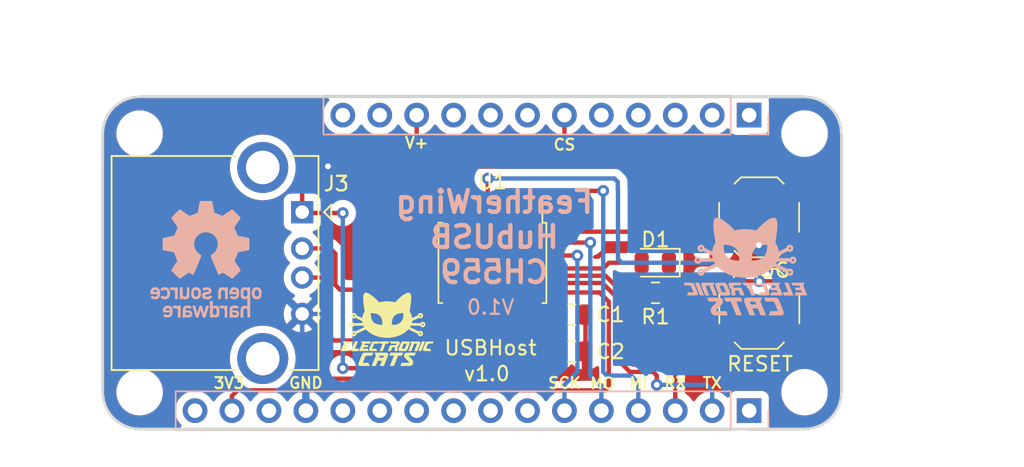
<source format=kicad_pcb>
(kicad_pcb (version 20221018) (generator pcbnew)
  (layers (0 "F.Cu" signal) (31 "B.Cu" signal) (34 "B.Paste" user) (35 "F.Paste" user) (36 "B.SilkS" user "B.Silkscreen") (37 "F.SilkS" user "F.Silkscreen") (38 "B.Mask" user) (39 "F.Mask" user) (44 "Edge.Cuts" user))
  (net 0 "")
  (net 1 "/TX")
  (net 2 "/RX")
  (net 3 "GND")
  (net 4 "+3V3")
  (net 5 "VBUS")
  (net 6 "Net-(J3-Pad5)")
  (net 7 "/RST")
  (net 8 "/PROG")
  (net 9 "Net-(U1-Pad13)")
  (net 10 "Net-(U1-Pad12)")
  (net 11 "Net-(U1-Pad11)")
  (net 12 "Net-(U1-Pad10)")
  (net 13 "Net-(U1-Pad8)")
  (net 14 "Net-(U1-Pad1)")
  (net 15 "Net-(J1-Pad1)")
  (net 16 "Net-(J1-Pad7)")
  (net 17 "Net-(J1-Pad8)")
  (net 18 "Net-(J1-Pad9)")
  (net 19 "Net-(J1-Pad10)")
  (net 20 "Net-(J1-Pad11)")
  (net 21 "Net-(J1-Pad12)")
  (net 22 "Net-(J1-Pad14)")
  (net 23 "Net-(J2-Pad1)")
  (net 24 "Net-(J2-Pad2)")
  (net 25 "Net-(J2-Pad3)")
  (net 26 "Net-(J2-Pad4)")
  (net 27 "Net-(J2-Pad5)")
  (net 28 "Net-(J2-Pad7)")
  (net 29 "Net-(J2-Pad8)")
  (net 30 "Net-(J2-Pad9)")
  (net 31 "Net-(J2-Pad11)")
  (net 32 "Net-(J2-Pad12)")
  (net 33 "/D-")
  (net 34 "/D+")
  (net 35 "Net-(J1-Pad16)")
  (net 36 "/LED")
  (net 37 "Net-(D1-Pad1)")
  (net 38 "/MISO")
  (net 39 "/MOSI")
  (net 40 "/SCK")
  (net 41 "/CS")
  (footprint "MountingHole:MountingHole_2.7mm_M2.5" (layer "F.Cu") (at 27.94 27.94)
    (fp_text reference "REF**" hide)
    (fp_text value "MountingHole_2.7mm_M2.5" hide)
    (pad "" np_thru_hole circle locked (at 0 0) (size 2.7 2.7) (drill 2.7) (layers "*.Cu" "*.Mask"))
  )
  (footprint "MountingHole:MountingHole_2.7mm_M2.5" (layer "F.Cu") (at 27.94 45.72)
    (fp_text reference "REF**" hide)
    (fp_text value "MountingHole_2.7mm_M2.5" hide)
    (pad "" np_thru_hole circle locked (at 0 0) (size 2.7 2.7) (drill 2.7) (layers "*.Cu" "*.Mask"))
  )
  (footprint "MountingHole:MountingHole_2.7mm_M2.5" (layer "F.Cu") (at 73.66 45.72)
    (fp_text reference "REF**" hide)
    (fp_text value "MountingHole_2.7mm_M2.5" hide)
    (pad "" np_thru_hole circle locked (at 0 0) (size 2.7 2.7) (drill 2.7) (layers "*.Cu" "*.Mask"))
  )
  (footprint "MountingHole:MountingHole_2.7mm_M2.5" (layer "F.Cu") (at 73.66 27.94)
    (fp_text reference "REF**" hide)
    (fp_text value "MountingHole_2.7mm_M2.5" hide)
    (pad "" np_thru_hole circle locked (at 0 0) (size 2.7 2.7) (drill 2.7) (layers "*.Cu" "*.Mask"))
  )
  (footprint "Connector_USB:USB_A_CONNFLY_DS1095-WNR0" (layer "F.Cu") (at 39.116 33.3375 -90)
    (fp_text reference "J3" (at -1.95 -2.35 180) (layer "F.SilkS"))
    (fp_text value "USB_A")
    (pad "1" thru_hole rect (at 0 0 270) (size 1.524 1.524) (drill 0.92) (layers "*.Cu" "*.Mask") (net 5 "VBUS"))
    (pad "2" thru_hole circle (at 2.5 0 270) (size 1.524 1.524) (drill 0.92) (layers "*.Cu" "*.Mask") (net 33 "/D-"))
    (pad "3" thru_hole circle (at 4.5 0 270) (size 1.524 1.524) (drill 0.92) (layers "*.Cu" "*.Mask") (net 34 "/D+"))
    (pad "4" thru_hole circle (at 7 0 270) (size 1.524 1.524) (drill 0.92) (layers "*.Cu" "*.Mask") (net 3 "GND"))
    (pad "5" thru_hole circle (at -3.07 2.71 270) (size 3.5 3.5) (drill 2.3) (layers "*.Cu" "*.Mask") (net 6 "Net-(J3-Pad5)"))
    (pad "5" thru_hole circle (at 10.07 2.71 270) (size 3.5 3.5) (drill 2.3) (layers "*.Cu" "*.Mask") (net 6 "Net-(J3-Pad5)"))
  )
  (footprint "Capacitor_SMD:C_0805_2012Metric" (layer "F.Cu") (at 57.658 42.926)
    (fp_text reference "C2" (at 2.667 0 180) (layer "F.SilkS"))
    (fp_text value "3.3uF")
    (pad "1" smd roundrect (at -0.9375 0) (size 0.975 1.4) (layers "F.Cu" "F.Paste" "F.Mask") (net 5 "VBUS"))
    (pad "2" smd roundrect (at 0.9375 0) (size 0.975 1.4) (layers "F.Cu" "F.Paste" "F.Mask") (net 3 "GND"))
  )
  (footprint "Capacitor_SMD:C_0805_2012Metric" (layer "F.Cu") (at 57.658 40.386)
    (fp_text reference "C1" (at 2.667 0 180) (layer "F.SilkS"))
    (fp_text value "0.1uF")
    (pad "1" smd roundrect (at -0.9375 0) (size 0.975 1.4) (layers "F.Cu" "F.Paste" "F.Mask") (net 4 "+3V3"))
    (pad "2" smd roundrect (at 0.9375 0) (size 0.975 1.4) (layers "F.Cu" "F.Paste" "F.Mask") (net 3 "GND"))
  )
  (footprint "Aesthetics:electronic_cats_logo_4x3" (layer "F.Cu") (at 44.958 41.402)
    (fp_text reference "G***" hide)
    (fp_text value "LOGO" hide)
  )
  (footprint "Button_Switch_SMD:SW_SPST_TL3342" (layer "F.Cu") (at 70.5485 39.9923)
    (fp_text reference "RESET" (at 0.0508 3.7846 180) (layer "F.SilkS"))
    (fp_text value "RESET")
    (pad "1" smd rect (at -3.15 -1.9) (size 1.7 1) (layers "F.Cu" "F.Paste" "F.Mask") (net 7 "/RST"))
    (pad "1" smd rect (at 3.15 -1.9) (size 1.7 1) (layers "F.Cu" "F.Paste" "F.Mask") (net 7 "/RST"))
    (pad "2" smd rect (at -3.15 1.9) (size 1.7 1) (layers "F.Cu" "F.Paste" "F.Mask") (net 3 "GND"))
    (pad "2" smd rect (at 3.15 1.9) (size 1.7 1) (layers "F.Cu" "F.Paste" "F.Mask") (net 3 "GND"))
  )
  (footprint "Package_SO:SSOP-20_5.3x7.2mm_P0.65mm" (layer "F.Cu") (at 52.197 36.83 -90)
    (fp_text reference "U1" (at -5.588 0) (layer "F.SilkS"))
    (fp_text value "CH559T")
    (pad "1" smd roundrect (at -3.5 -2.925 270) (size 1.9 0.5) (layers "F.Cu" "F.Paste" "F.Mask") (net 14 "Net-(U1-Pad1)"))
    (pad "2" smd roundrect (at -3.5 -2.275 270) (size 1.9 0.5) (layers "F.Cu" "F.Paste" "F.Mask") (net 41 "/CS"))
    (pad "3" smd roundrect (at -3.5 -1.625 270) (size 1.9 0.5) (layers "F.Cu" "F.Paste" "F.Mask") (net 39 "/MOSI"))
    (pad "4" smd roundrect (at -3.5 -0.975 270) (size 1.9 0.5) (layers "F.Cu" "F.Paste" "F.Mask") (net 38 "/MISO"))
    (pad "5" smd roundrect (at -3.5 -0.325 270) (size 1.9 0.5) (layers "F.Cu" "F.Paste" "F.Mask") (net 40 "/SCK"))
    (pad "6" smd roundrect (at -3.5 0.325 270) (size 1.9 0.5) (layers "F.Cu" "F.Paste" "F.Mask") (net 7 "/RST"))
    (pad "7" smd roundrect (at -3.5 0.975 270) (size 1.9 0.5) (layers "F.Cu" "F.Paste" "F.Mask") (net 36 "/LED"))
    (pad "8" smd roundrect (at -3.5 1.625 270) (size 1.9 0.5) (layers "F.Cu" "F.Paste" "F.Mask") (net 13 "Net-(U1-Pad8)"))
    (pad "9" smd roundrect (at -3.5 2.275 270) (size 1.9 0.5) (layers "F.Cu" "F.Paste" "F.Mask") (net 8 "/PROG"))
    (pad "10" smd roundrect (at -3.5 2.925 270) (size 1.9 0.5) (layers "F.Cu" "F.Paste" "F.Mask") (net 12 "Net-(U1-Pad10)"))
    (pad "11" smd roundrect (at 3.5 2.925 270) (size 1.9 0.5) (layers "F.Cu" "F.Paste" "F.Mask") (net 11 "Net-(U1-Pad11)"))
    (pad "12" smd roundrect (at 3.5 2.275 270) (size 1.9 0.5) (layers "F.Cu" "F.Paste" "F.Mask") (net 10 "Net-(U1-Pad12)"))
    (pad "13" smd roundrect (at 3.5 1.625 270) (size 1.9 0.5) (layers "F.Cu" "F.Paste" "F.Mask") (net 9 "Net-(U1-Pad13)"))
    (pad "14" smd roundrect (at 3.5 0.975 270) (size 1.9 0.5) (layers "F.Cu" "F.Paste" "F.Mask") (net 34 "/D+"))
    (pad "15" smd roundrect (at 3.5 0.325 270) (size 1.9 0.5) (layers "F.Cu" "F.Paste" "F.Mask") (net 33 "/D-"))
    (pad "16" smd roundrect (at 3.5 -0.325 270) (size 1.9 0.5) (layers "F.Cu" "F.Paste" "F.Mask") (net 2 "/RX"))
    (pad "17" smd roundrect (at 3.5 -0.975 270) (size 1.9 0.5) (layers "F.Cu" "F.Paste" "F.Mask") (net 1 "/TX"))
    (pad "18" smd roundrect (at 3.5 -1.625 270) (size 1.9 0.5) (layers "F.Cu" "F.Paste" "F.Mask") (net 3 "GND"))
    (pad "19" smd roundrect (at 3.5 -2.275 270) (size 1.9 0.5) (layers "F.Cu" "F.Paste" "F.Mask") (net 5 "VBUS"))
    (pad "20" smd roundrect (at 3.5 -2.925 270) (size 1.9 0.5) (layers "F.Cu" "F.Paste" "F.Mask") (net 4 "+3V3"))
  )
  (footprint "Button_Switch_SMD:SW_SPST_TL3342" (layer "F.Cu") (at 70.5358 33.6931)
    (fp_text reference "PROG" (at 0.0508 3.6449 180) (layer "F.SilkS"))
    (fp_text value "DOWNLOADER")
    (pad "1" smd rect (at -3.15 -1.9) (size 1.7 1) (layers "F.Cu" "F.Paste" "F.Mask") (net 8 "/PROG"))
    (pad "1" smd rect (at 3.15 -1.9) (size 1.7 1) (layers "F.Cu" "F.Paste" "F.Mask") (net 8 "/PROG"))
    (pad "2" smd rect (at -3.15 1.9) (size 1.7 1) (layers "F.Cu" "F.Paste" "F.Mask") (net 3 "GND"))
    (pad "2" smd rect (at 3.15 1.9) (size 1.7 1) (layers "F.Cu" "F.Paste" "F.Mask") (net 3 "GND"))
  )
  (footprint "LED_SMD:LED_0805_2012Metric" (layer "F.Cu") (at 63.3961 36.8173 180)
    (fp_text reference "D1" (at -0.0127 1.5875) (layer "F.SilkS"))
    (fp_text value "LED")
    (pad "1" smd roundrect (at -0.9375 0 180) (size 0.975 1.4) (layers "F.Cu" "F.Paste" "F.Mask") (net 37 "Net-(D1-Pad1)"))
    (pad "2" smd roundrect (at 0.9375 0 180) (size 0.975 1.4) (layers "F.Cu" "F.Paste" "F.Mask") (net 36 "/LED"))
  )
  (footprint "Resistor_SMD:R_0805_2012Metric" (layer "F.Cu") (at 63.4088 38.8874 180)
    (fp_text reference "R1" (at 0 -1.65 180) (layer "F.SilkS"))
    (fp_text value "1K")
    (pad "1" smd roundrect (at -0.9375 0 180) (size 0.975 1.4) (layers "F.Cu" "F.Paste" "F.Mask") (net 37 "Net-(D1-Pad1)"))
    (pad "2" smd roundrect (at 0.9375 0 180) (size 0.975 1.4) (layers "F.Cu" "F.Paste" "F.Mask") (net 3 "GND"))
  )
  (footprint "Connector_USB:USB_A_CONNFLY_DS1095-WNR0" (layer "F.Cu") (at 39.116 33.3375 -90)
    (fp_text reference "J3" (at -1.95 -2.35 180) (layer "F.SilkS"))
    (fp_text value "USB_A")
    (pad "1" thru_hole rect (at 0 0 270) (size 1.524 1.524) (drill 0.92) (layers "*.Cu" "*.Mask") (net 5 "VBUS"))
    (pad "2" thru_hole circle (at 2.5 0 270) (size 1.524 1.524) (drill 0.92) (layers "*.Cu" "*.Mask") (net 33 "/D-"))
    (pad "3" thru_hole circle (at 4.5 0 270) (size 1.524 1.524) (drill 0.92) (layers "*.Cu" "*.Mask") (net 34 "/D+"))
    (pad "4" thru_hole circle (at 7 0 270) (size 1.524 1.524) (drill 0.92) (layers "*.Cu" "*.Mask") (net 3 "GND"))
    (pad "5" thru_hole circle (at -3.07 2.71 270) (size 3.5 3.5) (drill 2.3) (layers "*.Cu" "*.Mask") (net 6 "Net-(J3-Pad5)"))
    (pad "5" thru_hole circle (at 10.07 2.71 270) (size 3.5 3.5) (drill 2.3) (layers "*.Cu" "*.Mask") (net 6 "Net-(J3-Pad5)"))
  )
  (footprint "Connector_PinHeader_2.54mm:PinHeader_1x16_P2.54mm_Vertical" (layer "B.Cu") (at 69.85 46.99 90)
    (fp_text reference "J1" hide)
    (fp_text value "feather long" hide)
    (pad "1" thru_hole rect (at 0 0 90) (size 1.7 1.7) (drill 1) (layers "*.Cu" "*.Mask") (net 15 "Net-(J1-Pad1)"))
    (pad "2" thru_hole oval (at 0 -2.54 90) (size 1.7 1.7) (drill 1) (layers "*.Cu" "*.Mask") (net 1 "/TX"))
    (pad "3" thru_hole oval (at 0 -5.08 90) (size 1.7 1.7) (drill 1) (layers "*.Cu" "*.Mask") (net 2 "/RX"))
    (pad "4" thru_hole oval (at 0 -7.62 90) (size 1.7 1.7) (drill 1) (layers "*.Cu" "*.Mask") (net 38 "/MISO"))
    (pad "5" thru_hole oval (at 0 -10.16 90) (size 1.7 1.7) (drill 1) (layers "*.Cu" "*.Mask") (net 39 "/MOSI"))
    (pad "6" thru_hole oval (at 0 -12.7 90) (size 1.7 1.7) (drill 1) (layers "*.Cu" "*.Mask") (net 40 "/SCK"))
    (pad "7" thru_hole oval (at 0 -15.24 90) (size 1.7 1.7) (drill 1) (layers "*.Cu" "*.Mask") (net 16 "Net-(J1-Pad7)"))
    (pad "8" thru_hole oval (at 0 -17.78 90) (size 1.7 1.7) (drill 1) (layers "*.Cu" "*.Mask") (net 17 "Net-(J1-Pad8)"))
    (pad "9" thru_hole oval (at 0 -20.32 90) (size 1.7 1.7) (drill 1) (layers "*.Cu" "*.Mask") (net 18 "Net-(J1-Pad9)"))
    (pad "10" thru_hole oval (at 0 -22.86 90) (size 1.7 1.7) (drill 1) (layers "*.Cu" "*.Mask") (net 19 "Net-(J1-Pad10)"))
    (pad "11" thru_hole oval (at 0 -25.4 90) (size 1.7 1.7) (drill 1) (layers "*.Cu" "*.Mask") (net 20 "Net-(J1-Pad11)"))
    (pad "12" thru_hole oval (at 0 -27.94 90) (size 1.7 1.7) (drill 1) (layers "*.Cu" "*.Mask") (net 21 "Net-(J1-Pad12)"))
    (pad "13" thru_hole oval (at 0 -30.48 90) (size 1.7 1.7) (drill 1) (layers "*.Cu" "*.Mask") (net 3 "GND"))
    (pad "14" thru_hole oval (at 0 -33.02 90) (size 1.7 1.7) (drill 1) (layers "*.Cu" "*.Mask") (net 22 "Net-(J1-Pad14)"))
    (pad "15" thru_hole oval (at 0 -35.56 90) (size 1.7 1.7) (drill 1) (layers "*.Cu" "*.Mask") (net 4 "+3V3"))
    (pad "16" thru_hole oval (at 0 -38.1 90) (size 1.7 1.7) (drill 1) (layers "*.Cu" "*.Mask") (net 35 "Net-(J1-Pad16)"))
  )
  (footprint "Connector_PinHeader_2.54mm:PinHeader_1x12_P2.54mm_Vertical" (layer "B.Cu") (at 69.85 26.67 90)
    (fp_text reference "J2" hide)
    (fp_text value "feather short" hide)
    (pad "1" thru_hole rect (at 0 0 90) (size 1.7 1.7) (drill 1) (layers "*.Cu" "*.Mask") (net 23 "Net-(J2-Pad1)"))
    (pad "2" thru_hole oval (at 0 -2.54 90) (size 1.7 1.7) (drill 1) (layers "*.Cu" "*.Mask") (net 24 "Net-(J2-Pad2)"))
    (pad "3" thru_hole oval (at 0 -5.08 90) (size 1.7 1.7) (drill 1) (layers "*.Cu" "*.Mask") (net 25 "Net-(J2-Pad3)"))
    (pad "4" thru_hole oval (at 0 -7.62 90) (size 1.7 1.7) (drill 1) (layers "*.Cu" "*.Mask") (net 26 "Net-(J2-Pad4)"))
    (pad "5" thru_hole oval (at 0 -10.16 90) (size 1.7 1.7) (drill 1) (layers "*.Cu" "*.Mask") (net 27 "Net-(J2-Pad5)"))
    (pad "6" thru_hole oval (at 0 -12.7 90) (size 1.7 1.7) (drill 1) (layers "*.Cu" "*.Mask") (net 41 "/CS"))
    (pad "7" thru_hole oval (at 0 -15.24 90) (size 1.7 1.7) (drill 1) (layers "*.Cu" "*.Mask") (net 28 "Net-(J2-Pad7)"))
    (pad "8" thru_hole oval (at 0 -17.78 90) (size 1.7 1.7) (drill 1) (layers "*.Cu" "*.Mask") (net 29 "Net-(J2-Pad8)"))
    (pad "9" thru_hole oval (at 0 -20.32 90) (size 1.7 1.7) (drill 1) (layers "*.Cu" "*.Mask") (net 30 "Net-(J2-Pad9)"))
    (pad "10" thru_hole oval (at 0 -22.86 90) (size 1.7 1.7) (drill 1) (layers "*.Cu" "*.Mask") (net 5 "VBUS"))
    (pad "11" thru_hole oval (at 0 -25.4 90) (size 1.7 1.7) (drill 1) (layers "*.Cu" "*.Mask") (net 31 "Net-(J2-Pad11)"))
    (pad "12" thru_hole oval (at 0 -27.94 90) (size 1.7 1.7) (drill 1) (layers "*.Cu" "*.Mask") (net 32 "Net-(J2-Pad12)"))
  )
  (footprint "Aesthetics:electronic_cats_logo_8x6" (layer "B.Cu") (at 69.596 37.084 180)
    (fp_text reference "G***" hide)
    (fp_text value "LOGO" hide)
  )
  (footprint "Symbol:OSHW-Logo_7.5x8mm_SilkScreen" (layer "B.Cu") (at 32.512 36.576 180)
    (fp_text reference "REF**" hide)
    (fp_text value "OSHW-Logo_7.5x8mm_SilkScreen" hide)
  )
  (gr_line (start 73.66 48.26) (end 27.94 48.26) (stroke (width 0.2)) (layer "Edge.Cuts"))
  (gr_line (start 27.94 25.4) (end 73.66 25.4) (stroke (width 0.2)) (layer "Edge.Cuts"))
  (gr_arc (start 25.4 27.94) (mid 26.143949 26.143949) (end 27.94 25.4) (stroke (width 0.15)) (layer "Edge.Cuts"))
  (gr_arc (start 27.94 48.26) (mid 26.143949 47.516051) (end 25.4 45.72) (stroke (width 0.15)) (layer "Edge.Cuts"))
  (gr_line (start 76.2 27.94) (end 76.2 45.72) (stroke (width 0.2)) (layer "Edge.Cuts"))
  (gr_line (start 25.4 45.72) (end 25.4 27.94) (stroke (width 0.2)) (layer "Edge.Cuts"))
  (gr_arc (start 73.66 25.4) (mid 75.456051 26.143949) (end 76.2 27.94) (stroke (width 0.15)) (layer "Edge.Cuts"))
  (gr_arc (start 76.2 45.72) (mid 75.456051 47.516051) (end 73.66 48.26) (stroke (width 0.15)) (layer "Edge.Cuts"))
  (gr_text "V1.0" (at 52.07 39.878) (layer "B.SilkS") (effects (font (size 1 1)) (justify mirror)))
  (gr_text "FeatherWing\nHubUSB\nCH559" (at 52.324 35.052) (layer "B.SilkS") (effects (font (size 1.5 1.5) (thickness 0.3)) (justify mirror)))
  (gr_text "GND" (at 39.37 45.085) (layer "F.SilkS") (effects (font (size 0.75 0.75))))
  (gr_text "SCK" (at 57.15 45.085) (layer "F.SilkS") (effects (font (size 0.75 0.75))))
  (gr_text "MO" (at 59.76 45.12) (layer "F.SilkS") (effects (font (size 0.75 0.75))))
  (gr_text "MI" (at 62.24 45.1) (layer "F.SilkS") (effects (font (size 0.75 0.75))))
  (gr_text "RX" (at 64.77 45.085) (layer "F.SilkS") (effects (font (size 0.75 0.75))))
  (gr_text "TX" (at 67.31 45.085) (layer "F.SilkS") (effects (font (size 0.75 0.75))))
  (gr_text "V+" (at 46.99 28.575) (layer "F.SilkS") (effects (font (size 0.75 0.75))))
  (gr_text "3V3" (at 34.0868 45.0977) (layer "F.SilkS") (effects (font (size 0.75 0.75))))
  (gr_text "v1.0" (at 51.816 44.45) (layer "F.SilkS") (effects (font (size 1 1))))
  (gr_text "CS" (at 57.15 28.702) (layer "F.SilkS") (effects (font (size 0.75 0.75))))
  (gr_text "USBHost" (at 52.07 42.672) (layer "F.SilkS") (effects (font (size 1 1))))
  (segment (start 63.5 45.212) (end 63.5 45.212) (width 0.3) (layer "F.Cu") (net 1))
  (segment (start 53.172 38.395) (end 53.172 40.33) (width 0.3) (layer "F.Cu") (net 1))
  (segment (start 59.76056 38.21102) (end 53.35598 38.21102) (width 0.3) (layer "F.Cu") (net 1))
  (segment (start 63.5 44.577) (end 63.246 44.323) (width 0.3) (layer "F.Cu") (net 1))
  (segment (start 60.96799 39.41845) (end 59.76056 38.21102) (width 0.3) (layer "F.Cu") (net 1))
  (segment (start 53.35598 38.21102) (end 53.172 38.395) (width 0.3) (layer "F.Cu") (net 1))
  (segment (start 60.96799 43.64111) (end 60.96799 39.41845) (width 0.3) (layer "F.Cu") (net 1))
  (segment (start 63.5 45.212) (end 63.5 44.577) (width 0.3) (layer "F.Cu") (net 1))
  (segment (start 63.246 44.323) (end 61.64988 44.323) (width 0.3) (layer "F.Cu") (net 1))
  (segment (start 61.64988 44.323) (end 60.96799 43.64111) (width 0.3) (layer "F.Cu") (net 1))
  (via (at 63.5 45.212) (size 0.8) (drill 0.4) (layers "F.Cu" "B.Cu") (net 1))
  (segment (start 63.5 45.212) (end 66.929 45.212) (width 0.3) (layer "B.Cu") (net 1))
  (segment (start 66.929 45.212) (end 67.31 45.593) (width 0.3) (layer "B.Cu") (net 1))
  (segment (start 67.31 45.593) (end 67.31 46.99) (width 0.3) (layer "B.Cu") (net 1))
  (segment (start 61.468 39.21134) (end 59.96767 37.71101) (width 0.3) (layer "F.Cu") (net 2))
  (segment (start 52.578 38.227) (end 53.09399 37.71101) (width 0.3) (layer "F.Cu") (net 2))
  (segment (start 52.578 39.302234) (end 52.522 39.358234) (width 0.3) (layer "F.Cu") (net 2))
  (segment (start 52.522 39.358234) (end 52.522 40.33) (width 0.3) (layer "F.Cu") (net 2))
  (segment (start 64.77 46.99) (end 64.77 45.72) (width 0.3) (layer "F.Cu") (net 2))
  (segment (start 64.77 46.99) (end 64.77 44.196) (width 0.3) (layer "F.Cu") (net 2))
  (segment (start 64.389 43.815) (end 61.849 43.815) (width 0.3) (layer "F.Cu") (net 2))
  (segment (start 52.578 38.227) (end 52.578 39.302234) (width 0.3) (layer "F.Cu") (net 2))
  (segment (start 64.77 44.196) (end 64.389 43.815) (width 0.3) (layer "F.Cu") (net 2))
  (segment (start 59.96767 37.71101) (end 53.09399 37.71101) (width 0.3) (layer "F.Cu") (net 2))
  (segment (start 61.468 43.434) (end 61.468 39.21134) (width 0.3) (layer "F.Cu") (net 2))
  (segment (start 61.849 43.815) (end 61.468 43.434) (width 0.3) (layer "F.Cu") (net 2))
  (segment (start 70.5662 41.8923) (end 73.6985 41.8923) (width 0.3) (layer "F.Cu") (net 3))
  (segment (start 70.4519 35.5931) (end 73.6858 35.5931) (width 0.3) (layer "F.Cu") (net 3))
  (segment (start 39.116 42.672) (end 39.497 43.053) (width 0.3) (layer "F.Cu") (net 3))
  (segment (start 63.1494 41.8923) (end 67.3985 41.8923) (width 0.3) (layer "F.Cu") (net 3))
  (segment (start 53.822 41.174) (end 53.848 41.2) (width 0.25) (layer "F.Cu") (net 3))
  (segment (start 67.3985 41.8923) (end 70.5662 41.8923) (width 0.3) (layer "F.Cu") (net 3))
  (segment (start 62.4713 38.8874) (end 62.4713 41.5671) (width 0.3) (layer "F.Cu") (net 3))
  (segment (start 53.594 43.053) (end 53.822 42.825) (width 0.3) (layer "F.Cu") (net 3))
  (segment (start 58.256001 44.790999) (end 58.256001 44.794001) (width 0.25) (layer "F.Cu") (net 3))
  (segment (start 63.1444 41.8973) (end 63.1494 41.8923) (width 0.3) (layer "F.Cu") (net 3))
  (segment (start 39.116 44.45) (end 39.116 43.688) (width 0.3) (layer "F.Cu") (net 3))
  (segment (start 58.572 44.475) (end 58.256001 44.790999) (width 0.3) (layer "F.Cu") (net 3))
  (segment (start 75.2348 41.6433) (end 74.9808 41.8973) (width 0.3) (layer "F.Cu") (net 3))
  (segment (start 58.256001 44.794001) (end 39.460001 44.794001) (width 0.3) (layer "F.Cu") (net 3))
  (segment (start 39.116 43.053) (end 39.624 43.053) (width 0.3) (layer "F.Cu") (net 3))
  (segment (start 74.9808 41.8973) (end 73.7035 41.8973) (width 0.3) (layer "F.Cu") (net 3))
  (segment (start 73.6858 35.5931) (end 74.9758 35.5931) (width 0.3) (layer "F.Cu") (net 3))
  (segment (start 39.624 43.053) (end 53.594 43.053) (width 0.3) (layer "F.Cu") (net 3))
  (segment (start 39.116 42.672) (end 39.116 40.3375) (width 0.3) (layer "F.Cu") (net 3))
  (segment (start 39.116 43.688) (end 39.116 43.434) (width 0.3) (layer "F.Cu") (net 3))
  (segment (start 39.116 44.45) (end 39.460001 44.794001) (width 0.3) (layer "F.Cu") (net 3))
  (segment (start 75.2348 35.8521) (end 75.2348 41.6433) (width 0.3) (layer "F.Cu") (net 3))
  (segment (start 39.116 43.434) (end 39.497 43.053) (width 0.3) (layer "F.Cu") (net 3))
  (segment (start 58.5955 40.386) (end 58.5955 42.418) (width 0.3) (layer "F.Cu") (net 3))
  (segment (start 53.822 42.825) (end 53.822 40.33) (width 0.3) (layer "F.Cu") (net 3))
  (segment (start 73.7035 41.8973) (end 73.6985 41.8923) (width 0.3) (layer "F.Cu") (net 3))
  (segment (start 74.9758 35.5931) (end 75.2348 35.8521) (width 0.3) (layer "F.Cu") (net 3))
  (segment (start 58.5955 42.418) (end 58.572 42.4415) (width 0.25) (layer "F.Cu") (net 3))
  (segment (start 62.8015 41.8973) (end 63.1444 41.8973) (width 0.3) (layer "F.Cu") (net 3))
  (segment (start 39.116 43.434) (end 39.116 43.053) (width 0.3) (layer "F.Cu") (net 3))
  (segment (start 67.3858 35.5931) (end 70.4519 35.5931) (width 0.3) (layer "F.Cu") (net 3))
  (segment (start 58.5955 44.4515) (end 58.572 44.475) (width 0.3) (layer "F.Cu") (net 3))
  (segment (start 58.5955 42.926) (end 58.5955 44.4515) (width 0.3) (layer "F.Cu") (net 3))
  (segment (start 53.822 40.33) (end 53.822 41.174) (width 0.25) (layer "F.Cu") (net 3))
  (segment (start 39.624 43.053) (end 39.497 43.053) (width 0.3) (layer "F.Cu") (net 3))
  (segment (start 62.4713 41.5671) (end 62.8015 41.8973) (width 0.3) (layer "F.Cu") (net 3))
  (segment (start 39.116 43.053) (end 39.116 42.672) (width 0.3) (layer "F.Cu") (net 3))
  (segment (start 39.116 43.688) (end 39.116 43.815) (width 0.25) (layer "F.Cu") (net 3))
  (via (at 70.5231 35.6108) (size 0.8) (drill 0.4) (layers "F.Cu" "B.Cu") (net 3))
  (via (at 40.894 30.1879) (size 0.8) (drill 0.4) (layers "F.Cu" "B.Cu") (net 3))
  (segment (start 41.3639 30.1879) (end 70.1802 30.1879) (width 0.3) (layer "B.Cu") (net 3))
  (segment (start 40.894 30.1879) (end 40.894 30.1879) (width 0.3) (layer "B.Cu") (net 3))
  (segment (start 39.37 46.99) (end 39.395 46.965) (width 0.25) (layer "B.Cu") (net 3))
  (segment (start 40.6885 40.3375) (end 39.116 40.3375) (width 0.3) (layer "B.Cu") (net 3))
  (segment (start 39.37 46.99) (end 39.37 45.212) (width 0.3) (layer "B.Cu") (net 3))
  (segment (start 39.116 44.958) (end 39.116 40.3375) (width 0.3) (layer "B.Cu") (net 3))
  (segment (start 40.894 30.1879) (end 40.894 40.132) (width 0.3) (layer "B.Cu") (net 3))
  (segment (start 70.5231 30.988) (end 70.5231 35.6108) (width 0.3) (layer "B.Cu") (net 3))
  (segment (start 39.37 45.212) (end 39.116 44.958) (width 0.3) (layer "B.Cu") (net 3))
  (segment (start 70.1802 30.1879) (end 70.5231 30.5308) (width 0.3) (layer "B.Cu") (net 3))
  (segment (start 39.116 46.736) (end 39.37 46.99) (width 0.5) (layer "B.Cu") (net 3))
  (segment (start 40.894 40.132) (end 40.6885 40.3375) (width 0.3) (layer "B.Cu") (net 3))
  (segment (start 70.5231 30.5308) (end 70.5231 30.988) (width 0.3) (layer "B.Cu") (net 3))
  (segment (start 41.3639 30.1879) (end 40.894 30.1879) (width 0.3) (layer "B.Cu") (net 3))
  (segment (start 41.2623 30.1879) (end 41.3639 30.1879) (width 0.3) (layer "B.Cu") (net 3))
  (segment (start 56.7205 40.386) (end 55.22801 40.386) (width 0.3) (layer "F.Cu") (net 4))
  (segment (start 55.22801 40.386) (end 55.17201 40.33) (width 0.5) (layer "F.Cu") (net 4))
  (segment (start 59.944 45.593) (end 60.198 45.339) (width 0.3) (layer "F.Cu") (net 4))
  (segment (start 60.198 45.339) (end 60.198 39.497) (width 0.3) (layer "F.Cu") (net 4))
  (segment (start 56.7205 39.2915) (end 56.7205 40.386) (width 0.3) (layer "F.Cu") (net 4))
  (segment (start 34.29 46.99) (end 34.29 45.974) (width 0.3) (layer "F.Cu") (net 4))
  (segment (start 34.29 45.974) (end 34.671 45.593) (width 0.3) (layer "F.Cu") (net 4))
  (segment (start 60.198 39.497) (end 59.563 38.862) (width 0.3) (layer "F.Cu") (net 4))
  (segment (start 34.29 46.482) (end 34.29 46.99) (width 0.5) (layer "F.Cu") (net 4))
  (segment (start 57.15 38.862) (end 56.7205 39.2915) (width 0.3) (layer "F.Cu") (net 4))
  (segment (start 34.671 45.593) (end 59.944 45.593) (width 0.3) (layer "F.Cu") (net 4))
  (segment (start 55.178 40.386) (end 55.122 40.33) (width 0.25) (layer "F.Cu") (net 4))
  (segment (start 59.563 38.862) (end 57.15 38.862) (width 0.3) (layer "F.Cu") (net 4))
  (segment (start 54.472 42.556) (end 54.494 42.556) (width 0.3) (layer "F.Cu") (net 5))
  (segment (start 54.472 40.33) (end 54.472 42.556) (width 0.3) (layer "F.Cu") (net 5))
  (segment (start 56.7205 42.926) (end 54.864 42.926) (width 0.3) (layer "F.Cu") (net 5))
  (segment (start 54.472 43.296) (end 54.472 43.826) (width 0.3) (layer "F.Cu") (net 5))
  (segment (start 39.1795 33.401) (end 39.116 33.3375) (width 0.25) (layer "F.Cu") (net 5))
  (segment (start 54.472 42.556) (end 54.472 42.937) (width 0.3) (layer "F.Cu") (net 5))
  (segment (start 39.497 28.829) (end 46.609 28.829) (width 0.3) (layer "F.Cu") (net 5))
  (segment (start 39.116 33.3375) (end 39.116 29.21) (width 0.3) (layer "F.Cu") (net 5))
  (segment (start 54.494 42.556) (end 54.864 42.926) (width 0.3) (layer "F.Cu") (net 5))
  (segment (start 54.472 43.296) (end 54.494 43.296) (width 0.3) (layer "F.Cu") (net 5))
  (segment (start 39.116 29.21) (end 39.497 28.829) (width 0.3) (layer "F.Cu") (net 5))
  (segment (start 46.99 28.448) (end 46.99 26.67) (width 0.3) (layer "F.Cu") (net 5))
  (segment (start 54.864 42.926) (end 54.483 42.926) (width 0.3) (layer "F.Cu") (net 5))
  (segment (start 54.472 42.937) (end 54.472 43.296) (width 0.3) (layer "F.Cu") (net 5))
  (segment (start 54.494 43.296) (end 54.864 42.926) (width 0.3) (layer "F.Cu") (net 5))
  (segment (start 54.472 43.826) (end 54.229 44.069) (width 0.3) (layer "F.Cu") (net 5))
  (segment (start 54.483 42.926) (end 54.472 42.937) (width 0.3) (layer "F.Cu") (net 5))
  (segment (start 46.609 28.829) (end 46.99 28.448) (width 0.3) (layer "F.Cu") (net 5))
  (segment (start 54.229 44.069) (end 41.91 44.069) (width 0.3) (layer "F.Cu") (net 5))
  (segment (start 41.91 33.401) (end 39.1795 33.401) (width 0.3) (layer "F.Cu") (net 5))
  (via (at 41.91 44.069) (size 0.8) (drill 0.4) (layers "F.Cu" "B.Cu") (net 5))
  (via (at 41.91 33.401) (size 0.8) (drill 0.4) (layers "F.Cu" "B.Cu") (net 5))
  (segment (start 41.91 33.401) (end 41.91 44.069) (width 0.3) (layer "B.Cu") (net 5))
  (segment (start 70.5435 38.0923) (end 67.3985 38.0923) (width 0.3) (layer "F.Cu") (net 7))
  (segment (start 51.872 31.0336) (end 51.8795 31.0261) (width 0.3) (layer "F.Cu") (net 7))
  (segment (start 73.6985 38.0923) (end 70.5435 38.0923) (width 0.3) (layer "F.Cu") (net 7))
  (segment (start 51.872 33.33) (end 51.872 31.0336) (width 0.3) (layer "F.Cu") (net 7))
  (segment (start 51.872 33.33) (end 51.872 34.28) (width 0.25) (layer "F.Cu") (net 7))
  (via (at 51.8795 31.0261) (size 0.8) (drill 0.4) (layers "F.Cu" "B.Cu") (net 7))
  (via (at 70.5435 38.0923) (size 0.8) (drill 0.4) (layers "F.Cu" "B.Cu") (net 7))
  (segment (start 60.833 36.5633) (end 61.087 36.8173) (width 0.3) (layer "B.Cu") (net 7))
  (segment (start 60.8203 31.2674) (end 60.8203 31.770298) (width 0.3) (layer "B.Cu") (net 7))
  (segment (start 60.8203 31.770298) (end 60.833 31.782998) (width 0.3) (layer "B.Cu") (net 7))
  (segment (start 61.087 36.8173) (end 69.9262 36.8173) (width 0.3) (layer "B.Cu") (net 7))
  (segment (start 70.5435 37.4346) (end 70.5435 38.0923) (width 0.3) (layer "B.Cu") (net 7))
  (segment (start 60.579 31.0261) (end 60.8203 31.2674) (width 0.3) (layer "B.Cu") (net 7))
  (segment (start 51.8795 31.0261) (end 60.579 31.0261) (width 0.3) (layer "B.Cu") (net 7))
  (segment (start 60.833 31.782998) (end 60.833 36.5633) (width 0.3) (layer "B.Cu") (net 7))
  (segment (start 69.9262 36.8173) (end 70.5435 37.4346) (width 0.3) (layer "B.Cu") (net 7))
  (segment (start 51.8795 31.0261) (end 51.8795 31.0261) (width 0.3) (layer "B.Cu") (net 7))
  (segment (start 70.48 31.7931) (end 73.6858 31.7931) (width 0.3) (layer "F.Cu") (net 8))
  (segment (start 49.9237 32.2673) (end 49.922 32.269) (width 0.3) (layer "F.Cu") (net 8))
  (segment (start 49.922 30.4944) (end 49.922 33.33) (width 0.3) (layer "F.Cu") (net 8))
  (segment (start 50.2031 30.2133) (end 49.922 30.4944) (width 0.3) (layer "F.Cu") (net 8))
  (segment (start 67.0433 30.2133) (end 50.2031 30.2133) (width 0.3) (layer "F.Cu") (net 8))
  (segment (start 49.922 33.33) (end 49.922 32.269) (width 0.25) (layer "F.Cu") (net 8))
  (segment (start 67.3858 31.7931) (end 67.3858 30.5558) (width 0.3) (layer "F.Cu") (net 8))
  (segment (start 67.3858 30.5558) (end 67.0433 30.2133) (width 0.3) (layer "F.Cu") (net 8))
  (segment (start 67.3858 31.7931) (end 70.48 31.7931) (width 0.3) (layer "F.Cu") (net 8))
  (segment (start 51.872 40.33) (end 51.872 38.918) (width 0.3) (layer "F.Cu") (net 33))
  (segment (start 41.402 36.195) (end 41.402 38.354) (width 0.3) (layer "F.Cu") (net 33))
  (segment (start 51.872 38.918) (end 51.6255 38.6715) (width 0.3) (layer "F.Cu") (net 33))
  (segment (start 41.402 38.354) (end 41.7195 38.6715) (width 0.3) (layer "F.Cu") (net 33))
  (segment (start 41.7195 38.6715) (end 51.6255 38.6715) (width 0.3) (layer "F.Cu") (net 33))
  (segment (start 41.0445 35.8375) (end 41.402 36.195) (width 0.3) (layer "F.Cu") (net 33))
  (segment (start 39.116 35.8375) (end 41.0445 35.8375) (width 0.3) (layer "F.Cu") (net 33))
  (segment (start 39.116 37.8375) (end 40.5045 37.8375) (width 0.3) (layer "F.Cu") (net 34))
  (segment (start 40.5045 37.8375) (end 40.894 38.227) (width 0.3) (layer "F.Cu") (net 34))
  (segment (start 40.894 41.783) (end 41.275 42.164) (width 0.3) (layer "F.Cu") (net 34))
  (segment (start 41.275 42.164) (end 50.927 42.164) (width 0.3) (layer "F.Cu") (net 34))
  (segment (start 51.222 41.869) (end 51.222 40.33) (width 0.3) (layer "F.Cu") (net 34))
  (segment (start 40.894 38.227) (end 40.894 41.783) (width 0.3) (layer "F.Cu") (net 34))
  (segment (start 50.927 42.164) (end 51.222 41.869) (width 0.3) (layer "F.Cu") (net 34))
  (segment (start 60.2107 36.8173) (end 59.817 37.211) (width 0.3) (layer "F.Cu") (net 36))
  (segment (start 62.4586 36.8173) (end 60.2107 36.8173) (width 0.3) (layer "F.Cu") (net 36))
  (segment (start 51.466901 37.072001) (end 51.3363 36.9414) (width 0.3) (layer "F.Cu") (net 36))
  (segment (start 51.3363 36.9414) (end 51.222 36.8271) (width 0.3) (layer "F.Cu") (net 36))
  (segment (start 59.817 37.211) (end 51.6059 37.211) (width 0.3) (layer "F.Cu") (net 36))
  (segment (start 51.6059 37.211) (end 51.3363 36.9414) (width 0.3) (layer "F.Cu") (net 36))
  (segment (start 51.222 36.8271) (end 51.222 33.33) (width 0.3) (layer "F.Cu") (net 36))
  (segment (start 64.3336 38.8747) (end 64.3463 38.8874) (width 0.3) (layer "F.Cu") (net 37))
  (segment (start 64.3336 36.8173) (end 64.3336 38.8747) (width 0.3) (layer "F.Cu") (net 37))
  (segment (start 53.172 33.33) (end 53.172 32.172) (width 0.3) (layer "F.Cu") (net 38))
  (segment (start 53.172 32.172) (end 53.467 31.877) (width 0.3) (layer "F.Cu") (net 38))
  (segment (start 53.467 31.877) (end 59.817 31.877) (width 0.3) (layer "F.Cu") (net 38))
  (via (at 59.817 31.877) (size 0.8) (drill 0.4) (layers "F.Cu" "B.Cu") (net 38))
  (segment (start 62.23 45.085) (end 61.722 44.577) (width 0.3) (layer "B.Cu") (net 38))
  (segment (start 61.722 44.577) (end 60.071 44.577) (width 0.3) (layer "B.Cu") (net 38))
  (segment (start 59.653001 31.913999) (end 59.69 31.877) (width 0.25) (layer "B.Cu") (net 38))
  (segment (start 59.817 44.323) (end 60.071 44.577) (width 0.3) (layer "B.Cu") (net 38))
  (segment (start 62.23 46.99) (end 62.23 45.085) (width 0.3) (layer "B.Cu") (net 38))
  (segment (start 59.817 31.877) (end 59.817 44.323) (width 0.3) (layer "B.Cu") (net 38))
  (segment (start 53.822 34.808765) (end 53.822 33.33) (width 0.3) (layer "F.Cu") (net 39))
  (segment (start 58.928 35.433) (end 54.446235 35.433) (width 0.3) (layer "F.Cu") (net 39))
  (segment (start 54.446235 35.433) (end 53.822 34.808765) (width 0.3) (layer "F.Cu") (net 39))
  (segment (start 58.85899 35.37501) (end 58.928 35.306) (width 0.25) (layer "F.Cu") (net 39))
  (via (at 58.928 35.433) (size 0.8) (drill 0.4) (layers "F.Cu" "B.Cu") (net 39))
  (segment (start 59.69 45.247354) (end 59.598354 45.247354) (width 0.3) (layer "B.Cu") (net 39))
  (segment (start 59.598354 45.247354) (end 58.928 44.577) (width 0.3) (layer "B.Cu") (net 39))
  (segment (start 59.69 46.99) (end 59.69 45.247354) (width 0.3) (layer "B.Cu") (net 39))
  (segment (start 59.055 35.56) (end 58.928 35.433) (width 0.3) (layer "B.Cu") (net 39))
  (segment (start 58.928 44.577) (end 58.928 35.433) (width 0.3) (layer "B.Cu") (net 39))
  (segment (start 58.166 36.322) (end 52.959 36.322) (width 0.3) (layer "F.Cu") (net 40))
  (segment (start 52.959 36.322) (end 52.522 35.885) (width 0.3) (layer "F.Cu") (net 40))
  (segment (start 52.522 35.885) (end 52.522 33.33) (width 0.3) (layer "F.Cu") (net 40))
  (via (at 58.039 36.322) (size 0.8) (drill 0.4) (layers "F.Cu" "B.Cu") (net 40))
  (segment (start 58.166 36.322) (end 58.166 36.322) (width 0.25) (layer "B.Cu") (net 40))
  (segment (start 58.039 44.323) (end 58.039 36.322) (width 0.3) (layer "B.Cu") (net 40))
  (segment (start 57.15 45.212) (end 58.039 44.323) (width 0.3) (layer "B.Cu") (net 40))
  (segment (start 57.15 46.99) (end 57.15 45.212) (width 0.3) (layer "B.Cu") (net 40))
  (segment (start 57.4548 28.7782) (end 71.3359 28.7782) (width 0.3) (layer "F.Cu") (net 41))
  (segment (start 57.15 26.67) (end 57.15 28.4734) (width 0.3) (layer "F.Cu") (net 41))
  (segment (start 57.15 28.4734) (end 57.4548 28.7782) (width 0.3) (layer "F.Cu") (net 41))
  (segment (start 75.2348 34.415598) (end 74.967399 34.682999) (width 0.3) (layer "F.Cu") (net 41))
  (segment (start 75.2348 31.0388) (end 75.2348 34.415598) (width 0.3) (layer "F.Cu") (net 41))
  (segment (start 72.1614 29.1338) (end 72.1614 30.3403) (width 0.3) (layer "F.Cu") (net 41))
  (segment (start 72.1614 30.3403) (end 72.517 30.6959) (width 0.3) (layer "F.Cu") (net 41))
  (segment (start 71.3486 28.7909) (end 71.8185 28.7909) (width 0.3) (layer "F.Cu") (net 41))
  (segment (start 72.517 30.6959) (end 74.8919 30.6959) (width 0.3) (layer "F.Cu") (net 41))
  (segment (start 74.8919 30.6959) (end 75.2348 31.0388) (width 0.3) (layer "F.Cu") (net 41))
  (segment (start 74.967399 34.682999) (end 54.686901 34.682999) (width 0.3) (layer "F.Cu") (net 41))
  (segment (start 54.686901 34.682999) (end 54.472 34.468098) (width 0.3) (layer "F.Cu") (net 41))
  (segment (start 71.3359 28.7782) (end 71.3486 28.7909) (width 0.3) (layer "F.Cu") (net 41))
  (segment (start 71.8185 28.7909) (end 72.1614 29.1338) (width 0.3) (layer "F.Cu") (net 41))
  (segment (start 54.472 34.468098) (end 54.472 33.33) (width 0.3) (layer "F.Cu") (net 41))
  (zone (net 3) (net_name "GND") (layer "F.Cu") (connect_pads (clearance 0.508)) (min_thickness 0.254) (fill yes (thermal_gap 0.508) (thermal_bridge_width 0.508))
    (polygon (pts (xy 77.4446 24.2189) (xy 77.4573 49.53) (xy 23.9268 49.4919) (xy 24.0538 24.13)))
  )
  (zone (net 3) (net_name "GND") (layer "B.Cu") (connect_pads (clearance 0.508)) (min_thickness 0.254) (fill yes (thermal_gap 0.508) (thermal_bridge_width 0.508))
    (polygon (pts (xy 78.7654 50.7365) (xy 22.86 50.8508) (xy 22.8092 22.8473) (xy 78.7273 22.8346)))
  )
)
</source>
